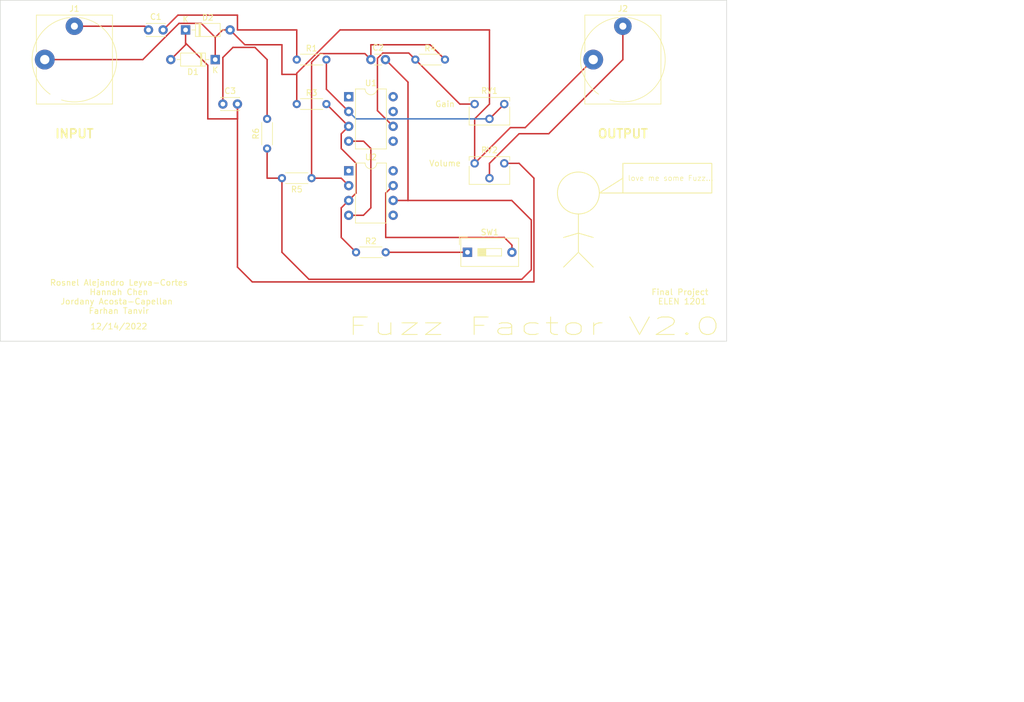
<source format=kicad_pcb>
(kicad_pcb (version 20211014) (generator pcbnew)
  (layers (0 "F.Cu" signal) (31 "B.Cu" signal) (34 "B.Paste" user) (35 "F.Paste" user) (36 "B.SilkS" user "B.Silkscreen") (37 "F.SilkS" user "F.Silkscreen") (38 "B.Mask" user) (39 "F.Mask" user) (44 "Edge.Cuts" user))
  (net 0 "")
  (net 1 "Net-(C1-Pad1)")
  (net 2 "GND")
  (net 3 "Net-(C2-Pad1)")
  (net 4 "Net-(C2-Pad2)")
  (net 5 "Net-(C3-Pad1)")
  (net 6 "Net-(C1-Pad2)")
  (net 7 "Net-(C3-Pad2)")
  (net 8 "Net-(J2-PadT)")
  (net 9 "Net-(R2-Pad1)")
  (net 10 "Net-(R1-Pad2)")
  (net 11 "Net-(R4-Pad1)")
  (net 12 "Net-(R2-Pad2)")
  (net 13 "+9V")
  (net 15 "-9V")
  (footprint "Resistor_THT:R_Axial_DIN0204_L3.6mm_D1.6mm_P5.08mm_Horizontal" (layer "F.Cu") (at 144.78 99.06 90)
    (fp_text reference "R6" (at 2.54 -1.92 90) (layer "F.SilkS"))
    (fp_text value "10k")
    (fp_line (start 0.62 -0.92) (end 4.46 -0.92) (layer "F.SilkS") (width 0.12))
    (fp_line (start 0.62 0.92) (end 4.46 0.92) (layer "F.SilkS") (width 0.12))
    (pad "1" thru_hole circle (at 0 0 90) (size 1.4 1.4) (drill 0.7) (layers *.Cu *.Mask) (net 4 "Net-(C2-Pad2)"))
    (pad "2" thru_hole oval (at 5.08 0 90) (size 1.4 1.4) (drill 0.7) (layers *.Cu *.Mask) (net 5 "Net-(C3-Pad1)"))
  )
  (footprint "Resistor_THT:R_Axial_DIN0204_L3.6mm_D1.6mm_P5.08mm_Horizontal" (layer "F.Cu") (at 160.02 116.84)
    (fp_text reference "R2" (at 2.54 -1.92) (layer "F.SilkS"))
    (fp_text value "10k")
    (fp_line (start 0.62 -0.92) (end 4.46 -0.92) (layer "F.SilkS") (width 0.12))
    (fp_line (start 0.62 0.92) (end 4.46 0.92) (layer "F.SilkS") (width 0.12))
    (pad "1" thru_hole circle (at 0 0) (size 1.4 1.4) (drill 0.7) (layers *.Cu *.Mask) (net 9 "Net-(R2-Pad1)"))
    (pad "2" thru_hole oval (at 5.08 0) (size 1.4 1.4) (drill 0.7) (layers *.Cu *.Mask) (net 12 "Net-(R2-Pad2)"))
  )
  (footprint "Connector_Audio:Jack_6.35mm_Neutrik_NJ2FD-V_Vertical" (layer "F.Cu") (at 205.74 78.1)
    (fp_text reference "J2" (at 0 -3) (layer "F.SilkS"))
    (fp_text value "AudioJack2")
    (fp_line (start -6.52 -1.9) (end 6.52 -1.9) (layer "F.SilkS") (width 0.12))
    (fp_line (start 6.52 -1.9) (end 6.52 13.34) (layer "F.SilkS") (width 0.12))
    (fp_line (start -6.52 7.02) (end -6.52 13.34) (layer "F.SilkS") (width 0.12))
    (fp_line (start -6.52 -1.9) (end -6.52 4.42) (layer "F.SilkS") (width 0.12))
    (fp_line (start -6.52 13.34) (end 6.52 13.34) (layer "F.SilkS") (width 0.12))
    (fp_arc (start -4.164153 11.6535) (mid -7.016062 3.897509) (end -0.75 -1.49) (layer "F.SilkS") (width 0.12))
    (fp_arc (start 0.84109 -1.482824) (mid 7.089049 7.247578) (end -2.2 12.63) (layer "F.SilkS") (width 0.12))
    (pad "" np_thru_hole circle (at -3.18 12.07 180) (size 1.6 1.6) (drill 1.6) (layers *.Cu *.Mask))
    (pad "" np_thru_hole circle (at 3.81 1.91 180) (size 2.1 2.1) (drill 2.1) (layers *.Cu *.Mask))
    (pad "S" thru_hole circle (at -5.08 5.72 180) (size 3.4 3.4) (drill 1.6) (layers *.Cu *.Mask) (net 2 "GND"))
    (pad "T" thru_hole circle (at 0 0 180) (size 3 3) (drill 1.2) (layers *.Cu *.Mask) (net 8 "Net-(J2-PadT)"))
  )
  (footprint "Package_DIP:DIP-8_W7.62mm" (layer "F.Cu") (at 158.76 102.88)
    (fp_text reference "U2" (at 3.81 -2.33) (layer "F.SilkS"))
    (fp_text value "LM741CN/NOPB")
    (fp_line (start 2.81 -1.33) (end 1.16 -1.33) (layer "F.SilkS") (width 0.12))
    (fp_line (start 6.46 8.95) (end 6.46 -1.33) (layer "F.SilkS") (width 0.12))
    (fp_line (start 1.16 8.95) (end 6.46 8.95) (layer "F.SilkS") (width 0.12))
    (fp_line (start 1.16 -1.33) (end 1.16 8.95) (layer "F.SilkS") (width 0.12))
    (fp_line (start 6.46 -1.33) (end 4.81 -1.33) (layer "F.SilkS") (width 0.12))
    (fp_arc (start 4.81 -1.33) (mid 3.81 -0.33) (end 2.81 -1.33) (layer "F.SilkS") (width 0.12))
    (pad "1" thru_hole rect (at 0 0) (size 1.6 1.6) (drill 0.8) (layers *.Cu *.Mask))
    (pad "2" thru_hole oval (at 0 2.54) (size 1.6 1.6) (drill 0.8) (layers *.Cu *.Mask) (net 3 "Net-(C2-Pad1)"))
    (pad "3" thru_hole oval (at 0 5.08) (size 1.6 1.6) (drill 0.8) (layers *.Cu *.Mask) (net 9 "Net-(R2-Pad1)"))
    (pad "4" thru_hole oval (at 0 7.62) (size 1.6 1.6) (drill 0.8) (layers *.Cu *.Mask) (net 15 "-9V"))
    (pad "5" thru_hole oval (at 7.62 7.62) (size 1.6 1.6) (drill 0.8) (layers *.Cu *.Mask))
    (pad "6" thru_hole oval (at 7.62 5.08) (size 1.6 1.6) (drill 0.8) (layers *.Cu *.Mask) (net 4 "Net-(C2-Pad2)"))
    (pad "7" thru_hole oval (at 7.62 2.54) (size 1.6 1.6) (drill 0.8) (layers *.Cu *.Mask) (net 13 "+9V"))
    (pad "8" thru_hole oval (at 7.62 0) (size 1.6 1.6) (drill 0.8) (layers *.Cu *.Mask))
  )
  (footprint "Button_Switch_THT:SW_DIP_SPSTx01_Slide_9.78x4.72mm_W7.62mm_P2.54mm" (layer "F.Cu") (at 179.1125 116.84)
    (fp_text reference "SW1" (at 3.81 -3.42) (layer "F.SilkS"))
    (fp_text value "SW_SPST")
    (fp_line (start 1.78 -0.635) (end 1.78 0.635) (layer "F.SilkS") (width 0.12))
    (fp_line (start 1.78 0.085) (end 3.133333 0.085) (layer "F.SilkS") (width 0.12))
    (fp_line (start 1.78 -0.275) (end 3.133333 -0.275) (layer "F.SilkS") (width 0.12))
    (fp_line (start 8.76 -2.42) (end 8.76 2.42) (layer "F.SilkS") (width 0.12))
    (fp_line (start 1.78 -0.035) (end 3.133333 -0.035) (layer "F.SilkS") (width 0.12))
    (fp_line (start -1.14 -2.42) (end 8.76 -2.42) (layer "F.SilkS") (width 0.12))
    (fp_line (start 5.84 -0.635) (end 1.78 -0.635) (layer "F.SilkS") (width 0.12))
    (fp_line (start -1.38 -2.66) (end 0.004 -2.66) (layer "F.SilkS") (width 0.12))
    (fp_line (start -1.14 -2.42) (end -1.14 2.42) (layer "F.SilkS") (width 0.12))
    (fp_line (start 1.78 -0.395) (end 3.133333 -0.395) (layer "F.SilkS") (width 0.12))
    (fp_line (start 1.78 -0.155) (end 3.133333 -0.155) (layer "F.SilkS") (width 0.12))
    (fp_line (start 1.78 0.565) (end 3.133333 0.565) (layer "F.SilkS") (width 0.12))
    (fp_line (start -1.14 2.42) (end 8.76 2.42) (layer "F.SilkS") (width 0.12))
    (fp_line (start 1.78 0.635) (end 5.84 0.635) (layer "F.SilkS") (width 0.12))
    (fp_line (start 1.78 -0.515) (end 3.133333 -0.515) (layer "F.SilkS") (width 0.12))
    (fp_line (start 3.133333 -0.635) (end 3.133333 0.635) (layer "F.SilkS") (width 0.12))
    (fp_line (start 5.84 0.635) (end 5.84 -0.635) (layer "F.SilkS") (width 0.12))
    (fp_line (start 1.78 0.445) (end 3.133333 0.445) (layer "F.SilkS") (width 0.12))
    (fp_line (start 1.78 0.205) (end 3.133333 0.205) (layer "F.SilkS") (width 0.12))
    (fp_line (start -1.38 -2.66) (end -1.38 -1.277) (layer "F.SilkS") (width 0.12))
    (fp_line (start 1.78 0.325) (end 3.133333 0.325) (layer "F.SilkS") (width 0.12))
    (pad "1" thru_hole rect (at 0 0) (size 1.6 1.6) (drill 0.8) (layers *.Cu *.Mask) (net 12 "Net-(R2-Pad2)"))
    (pad "2" thru_hole oval (at 7.62 0) (size 1.6 1.6) (drill 0.8) (layers *.Cu *.Mask) (net 13 "+9V"))
  )
  (footprint "Potentiometer_THT:Potentiometer_Bourns_3266W_Vertical" (layer "F.Cu") (at 185.42 101.6)
    (fp_text reference "RV2" (at -2.54 -2.27) (layer "F.SilkS"))
    (fp_text value "500k")
    (fp_line (start 0.935 0.495) (end 0.935 3.6) (layer "F.SilkS") (width 0.12))
    (fp_line (start -6.015 -1.14) (end 0.935 -1.14) (layer "F.SilkS") (width 0.12))
    (fp_line (start -6.015 0.495) (end -6.015 3.6) (layer "F.SilkS") (width 0.12))
    (fp_line (start -6.015 3.6) (end 0.935 3.6) (layer "F.SilkS") (width 0.12))
    (fp_line (start -6.015 -1.14) (end -6.015 -0.495) (layer "F.SilkS") (width 0.12))
    (fp_line (start 0.935 -1.14) (end 0.935 -0.495) (layer "F.SilkS") (width 0.12))
    (pad "1" thru_hole circle (at 0 0) (size 1.44 1.44) (drill 0.8) (layers *.Cu *.Mask) (net 7 "Net-(C3-Pad2)"))
    (pad "2" thru_hole circle (at -2.54 2.54) (size 1.44 1.44) (drill 0.8) (layers *.Cu *.Mask) (net 8 "Net-(J2-PadT)"))
    (pad "3" thru_hole circle (at -5.08 0) (size 1.44 1.44) (drill 0.8) (layers *.Cu *.Mask) (net 2 "GND"))
  )
  (footprint "Capacitor_THT:C_Disc_D3.0mm_W2.0mm_P2.50mm" (layer "F.Cu") (at 124.46 78.74)
    (fp_text reference "C1" (at 1.25 -2.25) (layer "F.SilkS"))
    (fp_text value "0.22u")
    (fp_line (start 2.87 -1.12) (end 2.87 -1.055) (layer "F.SilkS") (width 0.12))
    (fp_line (start -0.37 -1.12) (end 2.87 -1.12) (layer "F.SilkS") (width 0.12))
    (fp_line (start -0.37 -1.12) (end -0.37 -1.055) (layer "F.SilkS") (width 0.12))
    (fp_line (start 2.87 1.055) (end 2.87 1.12) (layer "F.SilkS") (width 0.12))
    (fp_line (start -0.37 1.12) (end 2.87 1.12) (layer "F.SilkS") (width 0.12))
    (fp_line (start -0.37 1.055) (end -0.37 1.12) (layer "F.SilkS") (width 0.12))
    (pad "1" thru_hole circle (at 0 0) (size 1.6 1.6) (drill 0.8) (layers *.Cu *.Mask) (net 1 "Net-(C1-Pad1)"))
    (pad "2" thru_hole circle (at 2.5 0) (size 1.6 1.6) (drill 0.8) (layers *.Cu *.Mask) (net 6 "Net-(C1-Pad2)"))
  )
  (footprint "Resistor_THT:R_Axial_DIN0204_L3.6mm_D1.6mm_P5.08mm_Horizontal" (layer "F.Cu") (at 152.4 104.14 180)
    (fp_text reference "R5" (at 2.54 -1.92) (layer "F.SilkS"))
    (fp_text value "60k")
    (fp_line (start 0.62 -0.92) (end 4.46 -0.92) (layer "F.SilkS") (width 0.12))
    (fp_line (start 0.62 0.92) (end 4.46 0.92) (layer "F.SilkS") (width 0.12))
    (pad "1" thru_hole circle (at 0 0 180) (size 1.4 1.4) (drill 0.7) (layers *.Cu *.Mask) (net 3 "Net-(C2-Pad1)"))
    (pad "2" thru_hole oval (at 5.08 0 180) (size 1.4 1.4) (drill 0.7) (layers *.Cu *.Mask) (net 4 "Net-(C2-Pad2)"))
  )
  (footprint "Connector_Audio:Jack_6.35mm_Neutrik_NJ2FD-V_Vertical" (layer "F.Cu") (at 111.76 78.1)
    (fp_text reference "J1" (at 0 -3) (layer "F.SilkS"))
    (fp_text value "AudioJack2")
    (fp_line (start 6.52 -1.9) (end 6.52 13.34) (layer "F.SilkS") (width 0.12))
    (fp_line (start -6.52 -1.9) (end 6.52 -1.9) (layer "F.SilkS") (width 0.12))
    (fp_line (start -6.52 -1.9) (end -6.52 4.42) (layer "F.SilkS") (width 0.12))
    (fp_line (start -6.52 7.02) (end -6.52 13.34) (layer "F.SilkS") (width 0.12))
    (fp_line (start -6.52 13.34) (end 6.52 13.34) (layer "F.SilkS") (width 0.12))
    (fp_arc (start -4.164153 11.6535) (mid -7.016062 3.897509) (end -0.75 -1.49) (layer "F.SilkS") (width 0.12))
    (fp_arc (start 0.84109 -1.482824) (mid 7.089049 7.247578) (end -2.2 12.63) (layer "F.SilkS") (width 0.12))
    (pad "" np_thru_hole circle (at 3.81 1.91 180) (size 2.1 2.1) (drill 2.1) (layers *.Cu *.Mask))
    (pad "" np_thru_hole circle (at -3.18 12.07 180) (size 1.6 1.6) (drill 1.6) (layers *.Cu *.Mask))
    (pad "S" thru_hole circle (at -5.08 5.72 180) (size 3.4 3.4) (drill 1.6) (layers *.Cu *.Mask) (net 2 "GND"))
    (pad "T" thru_hole circle (at 0 0 180) (size 3 3) (drill 1.2) (layers *.Cu *.Mask) (net 1 "Net-(C1-Pad1)"))
  )
  (footprint "Resistor_THT:R_Axial_DIN0204_L3.6mm_D1.6mm_P5.08mm_Horizontal" (layer "F.Cu") (at 149.86 83.82)
    (fp_text reference "R1" (at 2.54 -1.92) (layer "F.SilkS"))
    (fp_text value "500")
    (fp_line (start 0.62 0.92) (end 4.46 0.92) (layer "F.SilkS") (width 0.12))
    (fp_line (start 0.62 -0.92) (end 4.46 -0.92) (layer "F.SilkS") (width 0.12))
    (pad "1" thru_hole circle (at 0 0) (size 1.4 1.4) (drill 0.7) (layers *.Cu *.Mask) (net 6 "Net-(C1-Pad2)"))
    (pad "2" thru_hole oval (at 5.08 0) (size 1.4 1.4) (drill 0.7) (layers *.Cu *.Mask) (net 10 "Net-(R1-Pad2)"))
  )
  (footprint "Capacitor_THT:C_Disc_D3.0mm_W1.6mm_P2.50mm" (layer "F.Cu") (at 162.56 83.82)
    (fp_text reference "C2" (at 1.25 -2.05) (layer "F.SilkS"))
    (fp_text value ".22p")
    (fp_line (start 0.621 0.92) (end 1.879 0.92) (layer "F.SilkS") (width 0.12))
    (fp_line (start 0.621 -0.92) (end 1.879 -0.92) (layer "F.SilkS") (width 0.12))
    (pad "1" thru_hole circle (at 0 0) (size 1.6 1.6) (drill 0.8) (layers *.Cu *.Mask) (net 3 "Net-(C2-Pad1)"))
    (pad "2" thru_hole circle (at 2.5 0) (size 1.6 1.6) (drill 0.8) (layers *.Cu *.Mask) (net 4 "Net-(C2-Pad2)"))
  )
  (footprint "Diode_THT:D_DO-35_SOD27_P7.62mm_Horizontal" (layer "F.Cu") (at 135.89 83.82 180)
    (fp_text reference "D1" (at 3.81 -2.12) (layer "F.SilkS"))
    (fp_text value "1N914")
    (fp_text user "K" (at 0 -1.8) (layer "F.SilkS"))
    (fp_line (start 6.58 0) (end 5.93 0) (layer "F.SilkS") (width 0.12))
    (fp_line (start 2.53 -1.12) (end 2.53 1.12) (layer "F.SilkS") (width 0.12))
    (fp_line (start 1.69 -1.12) (end 1.69 1.12) (layer "F.SilkS") (width 0.12))
    (fp_line (start 5.93 1.12) (end 5.93 -1.12) (layer "F.SilkS") (width 0.12))
    (fp_line (start 2.29 -1.12) (end 2.29 1.12) (layer "F.SilkS") (width 0.12))
    (fp_line (start 5.93 -1.12) (end 1.69 -1.12) (layer "F.SilkS") (width 0.12))
    (fp_line (start 2.41 -1.12) (end 2.41 1.12) (layer "F.SilkS") (width 0.12))
    (fp_line (start 1.69 1.12) (end 5.93 1.12) (layer "F.SilkS") (width 0.12))
    (fp_line (start 1.04 0) (end 1.69 0) (layer "F.SilkS") (width 0.12))
    (pad "1" thru_hole rect (at 0 0 180) (size 1.6 1.6) (drill 0.8) (layers *.Cu *.Mask) (net 2 "GND"))
    (pad "2" thru_hole oval (at 7.62 0 180) (size 1.6 1.6) (drill 0.8) (layers *.Cu *.Mask) (net 7 "Net-(C3-Pad2)"))
  )
  (footprint "Diode_THT:D_DO-35_SOD27_P7.62mm_Horizontal" (layer "F.Cu") (at 130.81 78.74)
    (fp_text reference "D2" (at 3.81 -2.12) (layer "F.SilkS"))
    (fp_text value "1N914")
    (fp_text user "K" (at 0 -1.8) (layer "F.SilkS"))
    (fp_line (start 1.04 0) (end 1.69 0) (layer "F.SilkS") (width 0.12))
    (fp_line (start 2.41 -1.12) (end 2.41 1.12) (layer "F.SilkS") (width 0.12))
    (fp_line (start 1.69 1.12) (end 5.93 1.12) (layer "F.SilkS") (width 0.12))
    (fp_line (start 1.69 -1.12) (end 1.69 1.12) (layer "F.SilkS") (width 0.12))
    (fp_line (start 6.58 0) (end 5.93 0) (layer "F.SilkS") (width 0.12))
    (fp_line (start 2.53 -1.12) (end 2.53 1.12) (layer "F.SilkS") (width 0.12))
    (fp_line (start 5.93 1.12) (end 5.93 -1.12) (layer "F.SilkS") (width 0.12))
    (fp_line (start 5.93 -1.12) (end 1.69 -1.12) (layer "F.SilkS") (width 0.12))
    (fp_line (start 2.29 -1.12) (end 2.29 1.12) (layer "F.SilkS") (width 0.12))
    (pad "1" thru_hole rect (at 0 0) (size 1.6 1.6) (drill 0.8) (layers *.Cu *.Mask) (net 7 "Net-(C3-Pad2)"))
    (pad "2" thru_hole oval (at 7.62 0) (size 1.6 1.6) (drill 0.8) (layers *.Cu *.Mask) (net 2 "GND"))
  )
  (footprint "Resistor_THT:R_Axial_DIN0204_L3.6mm_D1.6mm_P5.08mm_Horizontal" (layer "F.Cu") (at 170.18 83.82)
    (fp_text reference "R4" (at 2.54 -1.92) (layer "F.SilkS"))
    (fp_text value "2k")
    (fp_line (start 0.62 -0.92) (end 4.46 -0.92) (layer "F.SilkS") (width 0.12))
    (fp_line (start 0.62 0.92) (end 4.46 0.92) (layer "F.SilkS") (width 0.12))
    (pad "1" thru_hole circle (at 0 0) (size 1.4 1.4) (drill 0.7) (layers *.Cu *.Mask) (net 11 "Net-(R4-Pad1)"))
    (pad "2" thru_hole oval (at 5.08 0) (size 1.4 1.4) (drill 0.7) (layers *.Cu *.Mask) (net 3 "Net-(C2-Pad1)"))
  )
  (footprint "Potentiometer_THT:Potentiometer_Bourns_3266W_Vertical" (layer "F.Cu") (at 185.42 91.44)
    (fp_text reference "RV1" (at -2.54 -2.27) (layer "F.SilkS"))
    (fp_text value "500K")
    (fp_line (start -6.015 -1.14) (end 0.935 -1.14) (layer "F.SilkS") (width 0.12))
    (fp_line (start -6.015 0.495) (end -6.015 3.6) (layer "F.SilkS") (width 0.12))
    (fp_line (start -6.015 -1.14) (end -6.015 -0.495) (layer "F.SilkS") (width 0.12))
    (fp_line (start -6.015 3.6) (end 0.935 3.6) (layer "F.SilkS") (width 0.12))
    (fp_line (start 0.935 0.495) (end 0.935 3.6) (layer "F.SilkS") (width 0.12))
    (fp_line (start 0.935 -1.14) (end 0.935 -0.495) (layer "F.SilkS") (width 0.12))
    (pad "1" thru_hole circle (at 0 0) (size 1.44 1.44) (drill 0.8) (layers *.Cu *.Mask) (net 10 "Net-(R1-Pad2)"))
    (pad "2" thru_hole circle (at -2.54 2.54) (size 1.44 1.44) (drill 0.8) (layers *.Cu *.Mask) (net 10 "Net-(R1-Pad2)"))
    (pad "3" thru_hole circle (at -5.08 0) (size 1.44 1.44) (drill 0.8) (layers *.Cu *.Mask) (net 11 "Net-(R4-Pad1)"))
  )
  (footprint "Resistor_THT:R_Axial_DIN0204_L3.6mm_D1.6mm_P5.08mm_Horizontal" (layer "F.Cu") (at 149.86 91.44)
    (fp_text reference "R3" (at 2.54 -1.92) (layer "F.SilkS"))
    (fp_text value "10k")
    (fp_line (start 0.62 -0.92) (end 4.46 -0.92) (layer "F.SilkS") (width 0.12))
    (fp_line (start 0.62 0.92) (end 4.46 0.92) (layer "F.SilkS") (width 0.12))
    (pad "1" thru_hole circle (at 0 0) (size 1.4 1.4) (drill 0.7) (layers *.Cu *.Mask) (net 2 "GND"))
    (pad "2" thru_hole oval (at 5.08 0) (size 1.4 1.4) (drill 0.7) (layers *.Cu *.Mask) (net 9 "Net-(R2-Pad1)"))
  )
  (footprint "Package_DIP:DIP-8_W7.62mm" (layer "F.Cu") (at 158.76 90.18)
    (fp_text reference "U1" (at 3.81 -2.33) (layer "F.SilkS"))
    (fp_text value "LM741CN/NOPB")
    (fp_line (start 1.16 -1.33) (end 1.16 8.95) (layer "F.SilkS") (width 0.12))
    (fp_line (start 6.46 8.95) (end 6.46 -1.33) (layer "F.SilkS") (width 0.12))
    (fp_line (start 1.16 8.95) (end 6.46 8.95) (layer "F.SilkS") (width 0.12))
    (fp_line (start 2.81 -1.33) (end 1.16 -1.33) (layer "F.SilkS") (width 0.12))
    (fp_line (start 6.46 -1.33) (end 4.81 -1.33) (layer "F.SilkS") (width 0.12))
    (fp_arc (start 4.81 -1.33) (mid 3.81 -0.33) (end 2.81 -1.33) (layer "F.SilkS") (width 0.12))
    (pad "1" thru_hole rect (at 0 0) (size 1.6 1.6) (drill 0.8) (layers *.Cu *.Mask))
    (pad "2" thru_hole oval (at 0 2.54) (size 1.6 1.6) (drill 0.8) (layers *.Cu *.Mask) (net 10 "Net-(R1-Pad2)"))
    (pad "3" thru_hole oval (at 0 5.08) (size 1.6 1.6) (drill 0.8) (layers *.Cu *.Mask) (net 9 "Net-(R2-Pad1)"))
    (pad "4" thru_hole oval (at 0 7.62) (size 1.6 1.6) (drill 0.8) (layers *.Cu *.Mask) (net 15 "-9V"))
    (pad "5" thru_hole oval (at 7.62 7.62) (size 1.6 1.6) (drill 0.8) (layers *.Cu *.Mask))
    (pad "6" thru_hole oval (at 7.62 5.08) (size 1.6 1.6) (drill 0.8) (layers *.Cu *.Mask) (net 11 "Net-(R4-Pad1)"))
    (pad "7" thru_hole oval (at 7.62 2.54) (size 1.6 1.6) (drill 0.8) (layers *.Cu *.Mask) (net 13 "+9V"))
    (pad "8" thru_hole oval (at 7.62 0) (size 1.6 1.6) (drill 0.8) (layers *.Cu *.Mask))
  )
  (footprint "Capacitor_THT:C_Disc_D3.0mm_W2.0mm_P2.50mm" (layer "F.Cu") (at 137.2 91.44)
    (fp_text reference "C3" (at 1.25 -2.25) (layer "F.SilkS"))
    (fp_text value ".22u")
    (fp_line (start -0.37 -1.12) (end 2.87 -1.12) (layer "F.SilkS") (width 0.12))
    (fp_line (start -0.37 1.12) (end 2.87 1.12) (layer "F.SilkS") (width 0.12))
    (fp_line (start -0.37 1.055) (end -0.37 1.12) (layer "F.SilkS") (width 0.12))
    (fp_line (start 2.87 -1.12) (end 2.87 -1.055) (layer "F.SilkS") (width 0.12))
    (fp_line (start 2.87 1.055) (end 2.87 1.12) (layer "F.SilkS") (width 0.12))
    (fp_line (start -0.37 -1.12) (end -0.37 -1.055) (layer "F.SilkS") (width 0.12))
    (pad "1" thru_hole circle (at 0 0) (size 1.6 1.6) (drill 0.8) (layers *.Cu *.Mask) (net 5 "Net-(C3-Pad1)"))
    (pad "2" thru_hole circle (at 2.5 0) (size 1.6 1.6) (drill 0.8) (layers *.Cu *.Mask) (net 7 "Net-(C3-Pad2)"))
  )
  (gr_line (start 198.12 116.84) (end 195.58 119.38) (layer "F.SilkS") (width 0.15))
  (gr_line (start 198.12 113.556051) (end 200.66 114.3) (layer "F.SilkS") (width 0.15))
  (gr_line (start 198.12 116.84) (end 200.66 119.38) (layer "F.SilkS") (width 0.15))
  (gr_line (start 198.12 110.272102) (end 198.12 116.84) (layer "F.SilkS") (width 0.15))
  (gr_rect (start 205.74 106.68) (end 220.98 101.6) (layer "F.SilkS") (width 0.15) (fill none))
  (gr_circle (center 198.12 106.68) (end 201.712102 106.68) (layer "F.SilkS") (width 0.15) (fill none))
  (gr_line (start 205.74 106.68) (end 201.712102 106.68) (layer "F.SilkS") (width 0.15))
  (gr_line (start 198.12 113.556051) (end 195.58 114.3) (layer "F.SilkS") (width 0.15))
  (gr_line (start 205.74 104.14) (end 201.712102 106.68) (layer "F.SilkS") (width 0.15))
  (gr_rect (start 99.06 73.66) (end 223.52 132.08) (layer "Edge.Cuts") (width 0.1) (fill none))
  (gr_text "INPUT" (at 111.76 96.52) (layer "F.SilkS") (effects (font (size 1.5 1.5) (thickness 0.3))))
  (gr_text "12/14/2022\n" (at 119.38 129.54) (layer "F.SilkS") (effects (font (size 1 1))))
  (gr_text "I love me some Fuzz..." (at 213.36 104.14) (layer "F.SilkS") (effects (font (size 0.9 0.9) (thickness 0.1))))
  (gr_text "OUTPUT" (at 205.74 96.52) (layer "F.SilkS") (effects (font (size 1.5 1.5) (thickness 0.3))))
  (gr_text "Rosnel Alejandro Leyva-Cortes\nHannah Chen\nJordany Acosta-Capellan \nFarhan Tanvir" (at 119.38 124.46) (layer "F.SilkS") (effects (font (size 1 1))))
  (gr_text "Gain\n" (at 175.26 91.44) (layer "F.SilkS") (effects (font (size 1 1))))
  (gr_text "Fuzz Factor V2.0" (at 190.5 129.54) (layer "F.SilkS") (effects (font (size 3 5))))
  (gr_text "Final Project \nELEN 1201" (at 215.9 124.46) (layer "F.SilkS") (effects (font (size 1 1))))
  (gr_text "Volume\n" (at 175.26 101.6) (layer "F.SilkS") (effects (font (size 1 1))))
  (segment (start 123.82 78.1) (end 124.46 78.74) (width 0.25) (layer "F.Cu") (net 1))
  (segment (start 111.76 78.1) (end 123.82 78.1) (width 0.25) (layer "F.Cu") (net 1))
  (segment (start 129.685 77.615) (end 123.48 83.82) (width 0.25) (layer "F.Cu") (net 2))
  (segment (start 180.34 101.6) (end 180.34 93.98) (width 0.25) (layer "F.Cu") (net 2))
  (segment (start 186.465 95.475) (end 189.005 95.475) (width 0.25) (layer "F.Cu") (net 2))
  (segment (start 133.495 77.615) (end 129.685 77.615) (width 0.25) (layer "F.Cu") (net 2))
  (segment (start 135.89 80.01) (end 133.495 77.615) (width 0.25) (layer "F.Cu") (net 2))
  (segment (start 149.86 86.156424) (end 149.86 86.36) (width 0.25) (layer "F.Cu") (net 2))
  (segment (start 182.88 78.74) (end 157.276424 78.74) (width 0.25) (layer "F.Cu") (net 2))
  (segment (start 182.88 91.44) (end 182.88 78.74) (width 0.25) (layer "F.Cu") (net 2))
  (segment (start 147.32 86.36) (end 149.86 86.36) (width 0.25) (layer "F.Cu") (net 2))
  (segment (start 138.43 78.74) (end 140.97 81.28) (width 0.25) (layer "F.Cu") (net 2))
  (segment (start 180.34 101.6) (end 186.465 95.475) (width 0.25) (layer "F.Cu") (net 2))
  (segment (start 180.34 93.98) (end 182.88 91.44) (width 0.25) (layer "F.Cu") (net 2))
  (segment (start 157.276424 78.74) (end 149.86 86.156424) (width 0.25) (layer "F.Cu") (net 2))
  (segment (start 137.16 78.74) (end 138.43 78.74) (width 0.25) (layer "F.Cu") (net 2))
  (segment (start 135.89 80.01) (end 135.89 83.82) (width 0.25) (layer "F.Cu") (net 2))
  (segment (start 137.16 78.74) (end 135.89 80.01) (width 0.25) (layer "F.Cu") (net 2))
  (segment (start 189.005 95.475) (end 200.66 83.82) (width 0.25) (layer "F.Cu") (net 2))
  (segment (start 149.86 86.36) (end 149.86 91.44) (width 0.25) (layer "F.Cu") (net 2))
  (segment (start 123.48 83.82) (end 106.68 83.82) (width 0.25) (layer "F.Cu") (net 2))
  (segment (start 140.97 81.28) (end 147.32 81.28) (width 0.25) (layer "F.Cu") (net 2))
  (segment (start 147.32 81.28) (end 147.32 86.36) (width 0.25) (layer "F.Cu") (net 2))
  (segment (start 153.85782 82.795) (end 152.4 84.25282) (width 0.25) (layer "F.Cu") (net 3))
  (segment (start 161.535 82.795) (end 153.85782 82.795) (width 0.25) (layer "F.Cu") (net 3))
  (segment (start 172.72 81.28) (end 162.56 81.28) (width 0.25) (layer "F.Cu") (net 3))
  (segment (start 157.48 104.14) (end 158.76 105.42) (width 0.25) (layer "F.Cu") (net 3))
  (segment (start 162.56 83.82) (end 161.535 82.795) (width 0.25) (layer "F.Cu") (net 3))
  (segment (start 175.26 83.82) (end 172.72 81.28) (width 0.25) (layer "F.Cu") (net 3))
  (segment (start 152.4 104.14) (end 157.48 104.14) (width 0.25) (layer "F.Cu") (net 3))
  (segment (start 152.4 84.25282) (end 152.4 104.14) (width 0.25) (layer "F.Cu") (net 3))
  (segment (start 162.56 81.28) (end 162.56 83.82) (width 0.25) (layer "F.Cu") (net 3))
  (segment (start 168.92 87.68) (end 168.92 107.96) (width 0.25) (layer "F.Cu") (net 4))
  (segment (start 151.95 121.47) (end 188.41 121.47) (width 0.25) (layer "F.Cu") (net 4))
  (segment (start 144.78 99.06) (end 144.78 104.14) (width 0.25) (layer "F.Cu") (net 4))
  (segment (start 190.05 119.83) (end 190.05 111.31) (width 0.25) (layer "F.Cu") (net 4))
  (segment (start 147.32 104.14) (end 147.32 116.84) (width 0.25) (layer "F.Cu") (net 4))
  (segment (start 147.32 116.84) (end 151.95 121.47) (width 0.25) (layer "F.Cu") (net 4))
  (segment (start 188.41 121.47) (end 190.05 119.83) (width 0.25) (layer "F.Cu") (net 4))
  (segment (start 144.78 104.14) (end 147.32 104.14) (width 0.25) (layer "F.Cu") (net 4))
  (segment (start 165.06 83.82) (end 168.92 87.68) (width 0.25) (layer "F.Cu") (net 4))
  (segment (start 190.05 111.31) (end 186.7 107.96) (width 0.25) (layer "F.Cu") (net 4))
  (segment (start 168.92 107.96) (end 166.38 107.96) (width 0.25) (layer "F.Cu") (net 4))
  (segment (start 186.7 107.96) (end 168.92 107.96) (width 0.25) (layer "F.Cu") (net 4))
  (segment (start 142.69 81.73) (end 144.78 83.82) (width 0.25) (layer "F.Cu") (net 5))
  (segment (start 137.2 83.459009) (end 138.929009 81.73) (width 0.25) (layer "F.Cu") (net 5))
  (segment (start 137.2 91.44) (end 137.2 83.459009) (width 0.25) (layer "F.Cu") (net 5))
  (segment (start 144.78 83.82) (end 144.78 93.98) (width 0.25) (layer "F.Cu") (net 5))
  (segment (start 138.929009 81.73) (end 142.69 81.73) (width 0.25) (layer "F.Cu") (net 5))
  (segment (start 139.7 76.2) (end 139.7 78.74) (width 0.25) (layer "F.Cu") (net 6))
  (segment (start 149.86 78.74) (end 149.86 83.82) (width 0.25) (layer "F.Cu") (net 6))
  (segment (start 126.96 78.74) (end 129.5 76.2) (width 0.25) (layer "F.Cu") (net 6))
  (segment (start 129.5 76.2) (end 129.54 76.2) (width 0.25) (layer "F.Cu") (net 6))
  (segment (start 139.7 78.74) (end 149.86 78.74) (width 0.25) (layer "F.Cu") (net 6))
  (segment (start 129.54 76.2) (end 139.7 76.2) (width 0.25) (layer "F.Cu") (net 6))
  (segment (start 139.7 91.44) (end 139.7 119.38) (width 0.25) (layer "F.Cu") (net 7))
  (segment (start 190.5 104.14) (end 187.96 101.6) (width 0.25) (layer "F.Cu") (net 7))
  (segment (start 134.62 93.98) (end 139.7 93.98) (width 0.25) (layer "F.Cu") (net 7))
  (segment (start 130.81 81.28) (end 130.81 80.99) (width 0.25) (layer "F.Cu") (net 7))
  (segment (start 139.7 119.38) (end 142.24 121.92) (width 0.25) (layer "F.Cu") (net 7))
  (segment (start 142.24 121.92) (end 190.5 121.92) (width 0.25) (layer "F.Cu") (net 7))
  (segment (start 130.81 78.74) (end 130.81 80.99) (width 0.25) (layer "F.Cu") (net 7))
  (segment (start 187.96 101.6) (end 185.42 101.6) (width 0.25) (layer "F.Cu") (net 7))
  (segment (start 190.5 121.92) (end 190.5 104.14) (width 0.25) (layer "F.Cu") (net 7))
  (segment (start 139.7 93.98) (end 139.7 91.44) (width 0.25) (layer "F.Cu") (net 7))
  (segment (start 130.81 80.99) (end 134.62 84.8) (width 0.25) (layer "F.Cu") (net 7))
  (segment (start 134.62 84.8) (end 134.62 93.98) (width 0.25) (layer "F.Cu") (net 7))
  (segment (start 128.27 83.82) (end 130.81 81.28) (width 0.25) (layer "F.Cu") (net 7))
  (segment (start 193.04 96.52) (end 205.74 83.82) (width 0.25) (layer "F.Cu") (net 8))
  (segment (start 205.74 83.82) (end 205.74 78.1) (width 0.25) (layer "F.Cu") (net 8))
  (segment (start 182.88 104.14) (end 182.88 101.6) (width 0.25) (layer "F.Cu") (net 8))
  (segment (start 187.96 96.52) (end 193.04 96.52) (width 0.25) (layer "F.Cu") (net 8))
  (segment (start 182.88 101.6) (end 187.96 96.52) (width 0.25) (layer "F.Cu") (net 8))
  (segment (start 158.76 95.26) (end 154.94 91.44) (width 0.25) (layer "F.Cu") (net 9))
  (segment (start 160.02 106.7) (end 160.02 101.6) (width 0.25) (layer "F.Cu") (net 9))
  (segment (start 160.02 101.6) (end 157.48 99.06) (width 0.25) (layer "F.Cu") (net 9))
  (segment (start 157.48 109.22) (end 157.5 109.22) (width 0.25) (layer "F.Cu") (net 9))
  (segment (start 157.48 96.54) (end 158.76 95.26) (width 0.25) (layer "F.Cu") (net 9))
  (segment (start 160.02 116.84) (end 157.48 114.3) (width 0.25) (layer "F.Cu") (net 9))
  (segment (start 157.48 114.3) (end 157.48 109.22) (width 0.25) (layer "F.Cu") (net 9))
  (segment (start 158.76 107.96) (end 160.02 106.7) (width 0.25) (layer "F.Cu") (net 9))
  (segment (start 157.5 109.22) (end 158.76 107.96) (width 0.25) (layer "F.Cu") (net 9))
  (segment (start 157.48 99.06) (end 157.48 96.54) (width 0.25) (layer "F.Cu") (net 9))
  (segment (start 154.94 83.82) (end 154.94 88.9) (width 0.25) (layer "F.Cu") (net 10))
  (segment (start 154.94 88.9) (end 158.76 92.72) (width 0.25) (layer "F.Cu") (net 10))
  (segment (start 185.42 91.44) (end 182.88 93.98) (width 0.25) (layer "F.Cu") (net 10))
  (segment (start 182.88 93.98) (end 160.02 93.98) (width 0.25) (layer "B.Cu") (net 10))
  (segment (start 160.02 93.98) (end 158.76 92.72) (width 0.25) (layer "B.Cu") (net 10))
  (segment (start 169.055 82.695) (end 164.594009 82.695) (width 0.25) (layer "F.Cu") (net 11))
  (segment (start 177.8 91.44) (end 170.18 83.82) (width 0.25) (layer "F.Cu") (net 11))
  (segment (start 163.685 83.604009) (end 163.685 92.565) (width 0.25) (layer "F.Cu") (net 11))
  (segment (start 180.34 91.44) (end 177.8 91.44) (width 0.25) (layer "F.Cu") (net 11))
  (segment (start 163.685 92.565) (end 166.38 95.26) (width 0.25) (layer "F.Cu") (net 11))
  (segment (start 170.18 83.82) (end 169.055 82.695) (width 0.25) (layer "F.Cu") (net 11))
  (segment (start 164.594009 82.695) (end 163.685 83.604009) (width 0.25) (layer "F.Cu") (net 11))
  (segment (start 165.1 116.84) (end 179.1125 116.84) (width 0.25) (layer "F.Cu") (net 12))
  (segment (start 165.1 106.68) (end 165.12 106.68) (width 0.25) (layer "F.Cu") (net 13))
  (segment (start 186.7325 116.84) (end 186.7325 115.6125) (width 0.25) (layer "F.Cu") (net 13))
  (segment (start 165.1 114.3) (end 165.1 106.68) (width 0.25) (layer "F.Cu") (net 13))
  (segment (start 185.42 114.3) (end 165.1 114.3) (width 0.25) (layer "F.Cu") (net 13))
  (segment (start 165.12 106.68) (end 166.38 105.42) (width 0.25) (layer "F.Cu") (net 13))
  (segment (start 186.7325 115.6125) (end 185.42 114.3) (width 0.25) (layer "F.Cu") (net 13))
  (segment (start 162.56 109.22) (end 162.56 99.06) (width 0.25) (layer "F.Cu") (net 15))
  (segment (start 158.76 110.5) (end 161.28 110.5) (width 0.25) (layer "F.Cu") (net 15))
  (segment (start 161.28 110.5) (end 162.56 109.22) (width 0.25) (layer "F.Cu") (net 15))
  (segment (start 161.3 97.8) (end 158.76 97.8) (width 0.25) (layer "F.Cu") (net 15))
  (segment (start 162.56 99.06) (end 161.3 97.8) (width 0.25) (layer "F.Cu") (net 15))
)
</source>
